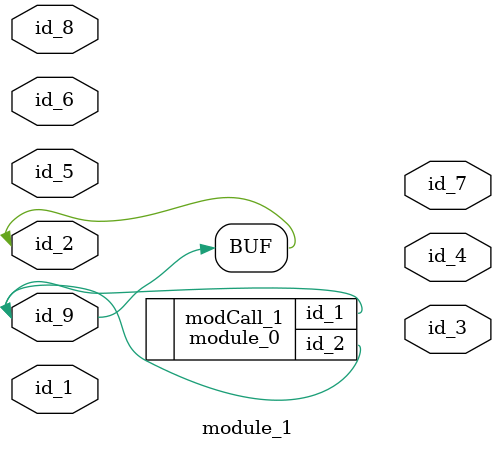
<source format=v>
module module_0 (
    id_1,
    id_2
);
  inout wire id_2;
  inout wire id_1;
  wire id_3 = id_1;
  wand id_4 = 1;
  wire id_5 = id_5;
endmodule
module module_1 (
    id_1,
    id_2,
    id_3,
    id_4,
    id_5,
    id_6,
    id_7,
    id_8,
    id_9
);
  input wire id_9;
  input wire id_8;
  output wire id_7;
  inout wire id_6;
  input wire id_5;
  output wire id_4;
  output wire id_3;
  inout wire id_2;
  input wire id_1;
  assign id_2 = id_9;
  wire id_10;
  wire id_11;
  module_0 modCall_1 (
      id_2,
      id_2
  );
endmodule

</source>
